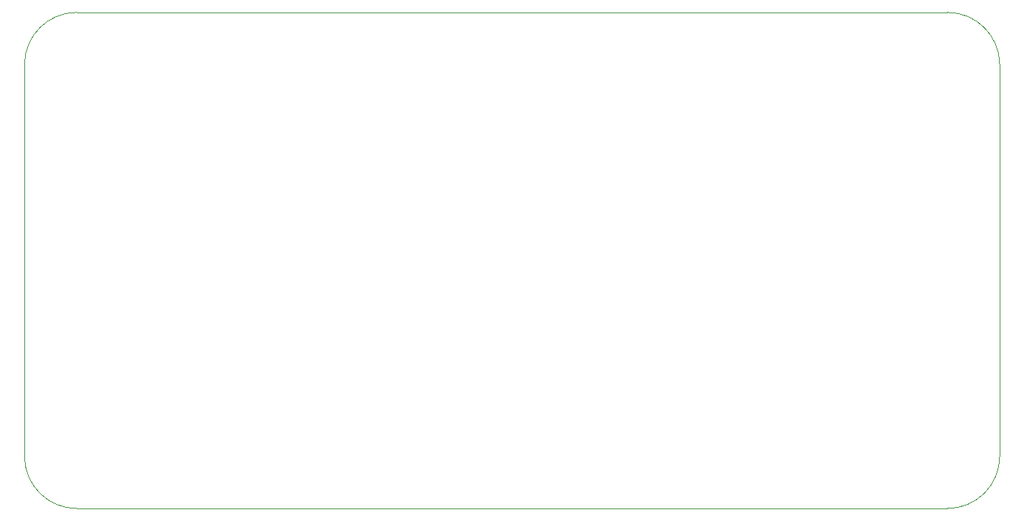
<source format=gbr>
%TF.GenerationSoftware,Altium Limited,Altium Designer,21.3.2 (30)*%
G04 Layer_Color=0*
%FSLAX45Y45*%
%MOMM*%
%TF.SameCoordinates,699C74A5-B4CE-432A-A201-728FBB0A9CBA*%
%TF.FilePolarity,Positive*%
%TF.FileFunction,Profile,NP*%
%TF.Part,Single*%
G01*
G75*
%TA.AperFunction,Profile*%
%ADD26C,0.02540*%
D26*
X600000D02*
G02*
X0Y600000I0J600000D01*
G01*
Y5100000D01*
D02*
G02*
X600000Y5700000I600000J0D01*
G01*
X10600000D01*
D02*
G02*
X11200000Y5100000I0J-600000D01*
G01*
Y600000D01*
D02*
G02*
X10600000Y0I-600000J0D01*
G01*
X600000D01*
%TF.MD5,9a3d301119b2ab7bf4e8ab3015fd4597*%
M02*

</source>
